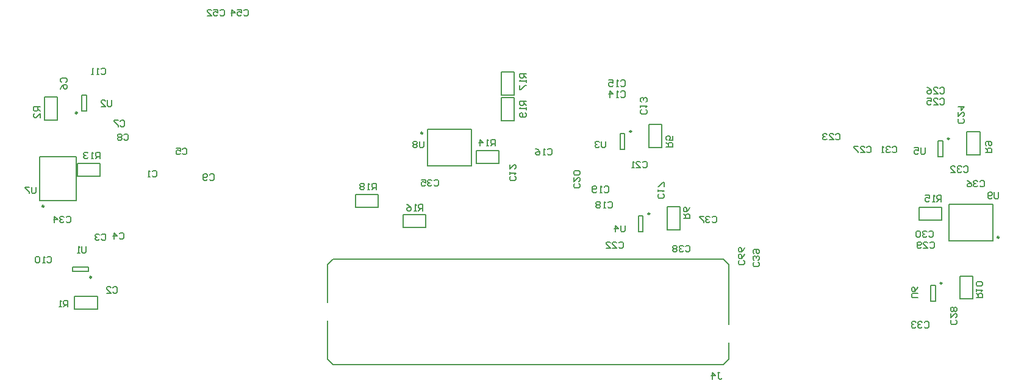
<source format=gbo>
G04 Layer_Color=32896*
%FSLAX25Y25*%
%MOIN*%
G70*
G01*
G75*
%ADD33C,0.00700*%
%ADD49C,0.00787*%
%ADD58C,0.00984*%
%ADD62C,0.00600*%
D33*
X14000Y129499D02*
Y126583D01*
X13417Y126000D01*
X12251D01*
X11667Y126583D01*
Y129499D01*
X10501D02*
X8169D01*
Y128916D01*
X10501Y126583D01*
Y126000D01*
X226000Y154499D02*
Y151583D01*
X225417Y151000D01*
X224251D01*
X223667Y151583D01*
Y154499D01*
X222501Y153916D02*
X221918Y154499D01*
X220752D01*
X220169Y153916D01*
Y153333D01*
X220752Y152749D01*
X220169Y152166D01*
Y151583D01*
X220752Y151000D01*
X221918D01*
X222501Y151583D01*
Y152166D01*
X221918Y152749D01*
X222501Y153333D01*
Y153916D01*
X221918Y152749D02*
X220752D01*
X540300Y126599D02*
Y123683D01*
X539717Y123100D01*
X538551D01*
X537967Y123683D01*
Y126599D01*
X536801Y123683D02*
X536218Y123100D01*
X535052D01*
X534469Y123683D01*
Y126016D01*
X535052Y126599D01*
X536218D01*
X536801Y126016D01*
Y125433D01*
X536218Y124849D01*
X534469D01*
X225500Y116500D02*
Y119999D01*
X223751D01*
X223167Y119416D01*
Y118249D01*
X223751Y117666D01*
X225500D01*
X224334D02*
X223167Y116500D01*
X222001D02*
X220835D01*
X221418D01*
Y119999D01*
X222001Y119416D01*
X216753Y119999D02*
X217919Y119416D01*
X219085Y118249D01*
Y117083D01*
X218502Y116500D01*
X217336D01*
X216753Y117083D01*
Y117666D01*
X217336Y118249D01*
X219085D01*
X282000Y191500D02*
X278501D01*
Y189751D01*
X279084Y189167D01*
X280251D01*
X280834Y189751D01*
Y191500D01*
Y190334D02*
X282000Y189167D01*
Y188001D02*
Y186835D01*
Y187418D01*
X278501D01*
X279084Y188001D01*
X278501Y185085D02*
Y182753D01*
X279084D01*
X281417Y185085D01*
X282000D01*
X200000Y128000D02*
Y131499D01*
X198251D01*
X197667Y130916D01*
Y129749D01*
X198251Y129166D01*
X200000D01*
X198834D02*
X197667Y128000D01*
X196501D02*
X195335D01*
X195918D01*
Y131499D01*
X196501Y130916D01*
X193585D02*
X193002Y131499D01*
X191836D01*
X191253Y130916D01*
Y130333D01*
X191836Y129749D01*
X191253Y129166D01*
Y128583D01*
X191836Y128000D01*
X193002D01*
X193585Y128583D01*
Y129166D01*
X193002Y129749D01*
X193585Y130333D01*
Y130916D01*
X193002Y129749D02*
X191836D01*
X282000Y176500D02*
X278501D01*
Y174751D01*
X279084Y174167D01*
X280251D01*
X280834Y174751D01*
Y176500D01*
Y175334D02*
X282000Y174167D01*
Y173001D02*
Y171835D01*
Y172418D01*
X278501D01*
X279084Y173001D01*
X281417Y170085D02*
X282000Y169502D01*
Y168336D01*
X281417Y167753D01*
X279084D01*
X278501Y168336D01*
Y169502D01*
X279084Y170085D01*
X279667D01*
X280251Y169502D01*
Y167753D01*
X56167Y74416D02*
X56751Y74999D01*
X57917D01*
X58500Y74416D01*
Y72083D01*
X57917Y71500D01*
X56751D01*
X56167Y72083D01*
X52669Y71500D02*
X55001D01*
X52669Y73833D01*
Y74416D01*
X53252Y74999D01*
X54418D01*
X55001Y74416D01*
X49975Y103254D02*
X50558Y103838D01*
X51724D01*
X52307Y103254D01*
Y100922D01*
X51724Y100339D01*
X50558D01*
X49975Y100922D01*
X48808Y103254D02*
X48225Y103838D01*
X47059D01*
X46476Y103254D01*
Y102671D01*
X47059Y102088D01*
X47642D01*
X47059D01*
X46476Y101505D01*
Y100922D01*
X47059Y100339D01*
X48225D01*
X48808Y100922D01*
X59667Y103916D02*
X60251Y104499D01*
X61417D01*
X62000Y103916D01*
Y101583D01*
X61417Y101000D01*
X60251D01*
X59667Y101583D01*
X56752Y101000D02*
Y104499D01*
X58501Y102749D01*
X56169D01*
X20167Y90916D02*
X20751Y91499D01*
X21917D01*
X22500Y90916D01*
Y88583D01*
X21917Y88000D01*
X20751D01*
X20167Y88583D01*
X19001Y88000D02*
X17835D01*
X18418D01*
Y91499D01*
X19001Y90916D01*
X16085D02*
X15502Y91499D01*
X14336D01*
X13753Y90916D01*
Y88583D01*
X14336Y88000D01*
X15502D01*
X16085Y88583D01*
Y90916D01*
X31500Y64000D02*
Y67499D01*
X29751D01*
X29167Y66916D01*
Y65749D01*
X29751Y65166D01*
X31500D01*
X30334D02*
X29167Y64000D01*
X28001D02*
X26835D01*
X27418D01*
Y67499D01*
X28001Y66916D01*
X41500Y96999D02*
Y94083D01*
X40917Y93500D01*
X39751D01*
X39167Y94083D01*
Y96999D01*
X38001Y93500D02*
X36835D01*
X37418D01*
Y96999D01*
X38001Y96416D01*
X28084Y186667D02*
X27501Y187251D01*
Y188417D01*
X28084Y189000D01*
X30417D01*
X31000Y188417D01*
Y187251D01*
X30417Y186667D01*
X27501Y183169D02*
X28084Y184335D01*
X29251Y185501D01*
X30417D01*
X31000Y184918D01*
Y183752D01*
X30417Y183169D01*
X29834D01*
X29251Y183752D01*
Y185501D01*
X60167Y165416D02*
X60751Y165999D01*
X61917D01*
X62500Y165416D01*
Y163083D01*
X61917Y162500D01*
X60751D01*
X60167Y163083D01*
X59001Y165999D02*
X56669D01*
Y165416D01*
X59001Y163083D01*
Y162500D01*
X62167Y157916D02*
X62751Y158499D01*
X63917D01*
X64500Y157916D01*
Y155583D01*
X63917Y155000D01*
X62751D01*
X62167Y155583D01*
X61001Y157916D02*
X60418Y158499D01*
X59252D01*
X58669Y157916D01*
Y157333D01*
X59252Y156749D01*
X58669Y156166D01*
Y155583D01*
X59252Y155000D01*
X60418D01*
X61001Y155583D01*
Y156166D01*
X60418Y156749D01*
X61001Y157333D01*
Y157916D01*
X60418Y156749D02*
X59252D01*
X49667Y193916D02*
X50251Y194499D01*
X51417D01*
X52000Y193916D01*
Y191583D01*
X51417Y191000D01*
X50251D01*
X49667Y191583D01*
X48501Y191000D02*
X47335D01*
X47918D01*
Y194499D01*
X48501Y193916D01*
X45585Y191000D02*
X44419D01*
X45002D01*
Y194499D01*
X45585Y193916D01*
X16339Y173307D02*
X12840D01*
Y171558D01*
X13423Y170975D01*
X14589D01*
X15172Y171558D01*
Y173307D01*
Y172141D02*
X16339Y170975D01*
Y167476D02*
Y169808D01*
X14006Y167476D01*
X13423D01*
X12840Y168059D01*
Y169225D01*
X13423Y169808D01*
X55500Y176999D02*
Y174083D01*
X54917Y173500D01*
X53751D01*
X53167Y174083D01*
Y176999D01*
X49668Y173500D02*
X52001D01*
X49668Y175833D01*
Y176416D01*
X50252Y176999D01*
X51418D01*
X52001Y176416D01*
X325500Y154499D02*
Y151583D01*
X324917Y151000D01*
X323751D01*
X323167Y151583D01*
Y154499D01*
X322001Y153916D02*
X321418Y154499D01*
X320252D01*
X319669Y153916D01*
Y153333D01*
X320252Y152749D01*
X320835D01*
X320252D01*
X319669Y152166D01*
Y151583D01*
X320252Y151000D01*
X321418D01*
X322001Y151583D01*
X358500Y151500D02*
X361999D01*
Y153249D01*
X361416Y153833D01*
X360249D01*
X359666Y153249D01*
Y151500D01*
Y152666D02*
X358500Y153833D01*
X361999Y157331D02*
Y154999D01*
X360249D01*
X360833Y156165D01*
Y156748D01*
X360249Y157331D01*
X359083D01*
X358500Y156748D01*
Y155582D01*
X359083Y154999D01*
X345667Y142916D02*
X346251Y143499D01*
X347417D01*
X348000Y142916D01*
Y140583D01*
X347417Y140000D01*
X346251D01*
X345667Y140583D01*
X342169Y140000D02*
X344501D01*
X342169Y142333D01*
Y142916D01*
X342752Y143499D01*
X343918D01*
X344501Y142916D01*
X341002Y140000D02*
X339836D01*
X340419D01*
Y143499D01*
X341002Y142916D01*
X333667Y187416D02*
X334251Y187999D01*
X335417D01*
X336000Y187416D01*
Y185083D01*
X335417Y184500D01*
X334251D01*
X333667Y185083D01*
X332501Y184500D02*
X331335D01*
X331918D01*
Y187999D01*
X332501Y187416D01*
X327253Y187999D02*
X329585D01*
Y186249D01*
X328419Y186833D01*
X327836D01*
X327253Y186249D01*
Y185083D01*
X327836Y184500D01*
X329002D01*
X329585Y185083D01*
X333667Y181416D02*
X334251Y181999D01*
X335417D01*
X336000Y181416D01*
Y179083D01*
X335417Y178500D01*
X334251D01*
X333667Y179083D01*
X332501Y178500D02*
X331335D01*
X331918D01*
Y181999D01*
X332501Y181416D01*
X327836Y178500D02*
Y181999D01*
X329585Y180249D01*
X327253D01*
X347416Y171833D02*
X347999Y171249D01*
Y170083D01*
X347416Y169500D01*
X345083D01*
X344500Y170083D01*
Y171249D01*
X345083Y171833D01*
X344500Y172999D02*
Y174165D01*
Y173582D01*
X347999D01*
X347416Y172999D01*
Y175915D02*
X347999Y176498D01*
Y177664D01*
X347416Y178247D01*
X346833D01*
X346249Y177664D01*
Y177081D01*
Y177664D01*
X345666Y178247D01*
X345083D01*
X344500Y177664D01*
Y176498D01*
X345083Y175915D01*
X336000Y108499D02*
Y105583D01*
X335417Y105000D01*
X334251D01*
X333667Y105583D01*
Y108499D01*
X330752Y105000D02*
Y108499D01*
X332501Y106749D01*
X330169D01*
X368032Y112472D02*
X371530D01*
Y114222D01*
X370947Y114805D01*
X369781D01*
X369198Y114222D01*
Y112472D01*
Y113639D02*
X368032Y114805D01*
X371530Y118304D02*
X370947Y117138D01*
X369781Y115971D01*
X368615D01*
X368032Y116554D01*
Y117721D01*
X368615Y118304D01*
X369198D01*
X369781Y117721D01*
Y115971D01*
X332667Y98916D02*
X333251Y99499D01*
X334417D01*
X335000Y98916D01*
Y96583D01*
X334417Y96000D01*
X333251D01*
X332667Y96583D01*
X329169Y96000D02*
X331501D01*
X329169Y98333D01*
Y98916D01*
X329752Y99499D01*
X330918D01*
X331501Y98916D01*
X325670Y96000D02*
X328002D01*
X325670Y98333D01*
Y98916D01*
X326253Y99499D01*
X327419D01*
X328002Y98916D01*
X324667Y129416D02*
X325251Y129999D01*
X326417D01*
X327000Y129416D01*
Y127083D01*
X326417Y126500D01*
X325251D01*
X324667Y127083D01*
X323501Y126500D02*
X322335D01*
X322918D01*
Y129999D01*
X323501Y129416D01*
X320585Y127083D02*
X320002Y126500D01*
X318836D01*
X318253Y127083D01*
Y129416D01*
X318836Y129999D01*
X320002D01*
X320585Y129416D01*
Y128833D01*
X320002Y128249D01*
X318253D01*
X326667Y120916D02*
X327251Y121499D01*
X328417D01*
X329000Y120916D01*
Y118583D01*
X328417Y118000D01*
X327251D01*
X326667Y118583D01*
X325501Y118000D02*
X324335D01*
X324918D01*
Y121499D01*
X325501Y120916D01*
X322585D02*
X322002Y121499D01*
X320836D01*
X320253Y120916D01*
Y120333D01*
X320836Y119749D01*
X320253Y119166D01*
Y118583D01*
X320836Y118000D01*
X322002D01*
X322585Y118583D01*
Y119166D01*
X322002Y119749D01*
X322585Y120333D01*
Y120916D01*
X322002Y119749D02*
X320836D01*
X356947Y125805D02*
X357530Y125222D01*
Y124056D01*
X356947Y123472D01*
X354615D01*
X354031Y124056D01*
Y125222D01*
X354615Y125805D01*
X354031Y126971D02*
Y128138D01*
Y127554D01*
X357530D01*
X356947Y126971D01*
X357530Y129887D02*
Y132220D01*
X356947D01*
X354615Y129887D01*
X354031D01*
X496227Y68941D02*
X493312D01*
X492728Y69524D01*
Y70690D01*
X493312Y71273D01*
X496227D01*
Y74772D02*
X495644Y73606D01*
X494478Y72440D01*
X493312D01*
X492728Y73023D01*
Y74189D01*
X493312Y74772D01*
X493895D01*
X494478Y74189D01*
Y72440D01*
X528000Y69000D02*
X531499D01*
Y70749D01*
X530916Y71333D01*
X529749D01*
X529166Y70749D01*
Y69000D01*
Y70166D02*
X528000Y71333D01*
Y72499D02*
Y73665D01*
Y73082D01*
X531499D01*
X530916Y72499D01*
Y75415D02*
X531499Y75998D01*
Y77164D01*
X530916Y77747D01*
X528583D01*
X528000Y77164D01*
Y75998D01*
X528583Y75415D01*
X530916D01*
X499667Y53084D02*
X500251Y52501D01*
X501417D01*
X502000Y53084D01*
Y55417D01*
X501417Y56000D01*
X500251D01*
X499667Y55417D01*
X498501Y53084D02*
X497918Y52501D01*
X496752D01*
X496169Y53084D01*
Y53667D01*
X496752Y54251D01*
X497335D01*
X496752D01*
X496169Y54834D01*
Y55417D01*
X496752Y56000D01*
X497918D01*
X498501Y55417D01*
X495002Y53084D02*
X494419Y52501D01*
X493253D01*
X492670Y53084D01*
Y53667D01*
X493253Y54251D01*
X493836D01*
X493253D01*
X492670Y54834D01*
Y55417D01*
X493253Y56000D01*
X494419D01*
X495002Y55417D01*
X502167Y102584D02*
X502751Y102001D01*
X503917D01*
X504500Y102584D01*
Y104917D01*
X503917Y105500D01*
X502751D01*
X502167Y104917D01*
X501001Y102584D02*
X500418Y102001D01*
X499252D01*
X498668Y102584D01*
Y103167D01*
X499252Y103751D01*
X499835D01*
X499252D01*
X498668Y104334D01*
Y104917D01*
X499252Y105500D01*
X500418D01*
X501001Y104917D01*
X497502Y102584D02*
X496919Y102001D01*
X495753D01*
X495170Y102584D01*
Y104917D01*
X495753Y105500D01*
X496919D01*
X497502Y104917D01*
Y102584D01*
X502667Y98916D02*
X503251Y99499D01*
X504417D01*
X505000Y98916D01*
Y96583D01*
X504417Y96000D01*
X503251D01*
X502667Y96583D01*
X499168Y96000D02*
X501501D01*
X499168Y98333D01*
Y98916D01*
X499752Y99499D01*
X500918D01*
X501501Y98916D01*
X498002Y96583D02*
X497419Y96000D01*
X496253D01*
X495670Y96583D01*
Y98916D01*
X496253Y99499D01*
X497419D01*
X498002Y98916D01*
Y98333D01*
X497419Y97749D01*
X495670D01*
X516916Y56833D02*
X517499Y56249D01*
Y55083D01*
X516916Y54500D01*
X514583D01*
X514000Y55083D01*
Y56249D01*
X514583Y56833D01*
X514000Y60331D02*
Y57999D01*
X516333Y60331D01*
X516916D01*
X517499Y59748D01*
Y58582D01*
X516916Y57999D01*
Y61498D02*
X517499Y62081D01*
Y63247D01*
X516916Y63830D01*
X516333D01*
X515749Y63247D01*
X515166Y63830D01*
X514583D01*
X514000Y63247D01*
Y62081D01*
X514583Y61498D01*
X515166D01*
X515749Y62081D01*
X516333Y61498D01*
X516916D01*
X515749Y62081D02*
Y63247D01*
X500000Y150999D02*
Y148083D01*
X499417Y147500D01*
X498251D01*
X497667Y148083D01*
Y150999D01*
X494169D02*
X496501D01*
Y149249D01*
X495335Y149833D01*
X494752D01*
X494169Y149249D01*
Y148083D01*
X494752Y147500D01*
X495918D01*
X496501Y148083D01*
X533000Y148500D02*
X536499D01*
Y150249D01*
X535916Y150833D01*
X534749D01*
X534166Y150249D01*
Y148500D01*
Y149666D02*
X533000Y150833D01*
X533583Y151999D02*
X533000Y152582D01*
Y153748D01*
X533583Y154331D01*
X535916D01*
X536499Y153748D01*
Y152582D01*
X535916Y151999D01*
X535333D01*
X534749Y152582D01*
Y154331D01*
X521167Y140416D02*
X521751Y140999D01*
X522917D01*
X523500Y140416D01*
Y138083D01*
X522917Y137500D01*
X521751D01*
X521167Y138083D01*
X520001Y140416D02*
X519418Y140999D01*
X518252D01*
X517668Y140416D01*
Y139833D01*
X518252Y139249D01*
X518835D01*
X518252D01*
X517668Y138666D01*
Y138083D01*
X518252Y137500D01*
X519418D01*
X520001Y138083D01*
X514170Y137500D02*
X516502D01*
X514170Y139833D01*
Y140416D01*
X514753Y140999D01*
X515919D01*
X516502Y140416D01*
X508167Y183416D02*
X508751Y183999D01*
X509917D01*
X510500Y183416D01*
Y181083D01*
X509917Y180500D01*
X508751D01*
X508167Y181083D01*
X504669Y180500D02*
X507001D01*
X504669Y182833D01*
Y183416D01*
X505252Y183999D01*
X506418D01*
X507001Y183416D01*
X501170Y183999D02*
X502336Y183416D01*
X503502Y182249D01*
Y181083D01*
X502919Y180500D01*
X501753D01*
X501170Y181083D01*
Y181666D01*
X501753Y182249D01*
X503502D01*
X508167Y177416D02*
X508751Y177999D01*
X509917D01*
X510500Y177416D01*
Y175083D01*
X509917Y174500D01*
X508751D01*
X508167Y175083D01*
X504669Y174500D02*
X507001D01*
X504669Y176833D01*
Y177416D01*
X505252Y177999D01*
X506418D01*
X507001Y177416D01*
X501170Y177999D02*
X503502D01*
Y176249D01*
X502336Y176833D01*
X501753D01*
X501170Y176249D01*
Y175083D01*
X501753Y174500D01*
X502919D01*
X503502Y175083D01*
X520916Y166833D02*
X521499Y166249D01*
Y165083D01*
X520916Y164500D01*
X518583D01*
X518000Y165083D01*
Y166249D01*
X518583Y166833D01*
X518000Y170331D02*
Y167999D01*
X520333Y170331D01*
X520916D01*
X521499Y169748D01*
Y168582D01*
X520916Y167999D01*
X518000Y173247D02*
X521499D01*
X519749Y171498D01*
Y173830D01*
X482211Y151176D02*
X482794Y151759D01*
X483960D01*
X484543Y151176D01*
Y148843D01*
X483960Y148260D01*
X482794D01*
X482211Y148843D01*
X481044Y151176D02*
X480461Y151759D01*
X479295D01*
X478712Y151176D01*
Y150592D01*
X479295Y150009D01*
X479878D01*
X479295D01*
X478712Y149426D01*
Y148843D01*
X479295Y148260D01*
X480461D01*
X481044Y148843D01*
X477546Y148260D02*
X476379D01*
X476962D01*
Y151759D01*
X477546Y151176D01*
X468211D02*
X468794Y151759D01*
X469960D01*
X470543Y151176D01*
Y148843D01*
X469960Y148260D01*
X468794D01*
X468211Y148843D01*
X464712Y148260D02*
X467044D01*
X464712Y150592D01*
Y151176D01*
X465295Y151759D01*
X466461D01*
X467044Y151176D01*
X463546Y151759D02*
X461213D01*
Y151176D01*
X463546Y148843D01*
Y148260D01*
X451211Y158176D02*
X451794Y158759D01*
X452960D01*
X453543Y158176D01*
Y155843D01*
X452960Y155260D01*
X451794D01*
X451211Y155843D01*
X447712Y155260D02*
X450044D01*
X447712Y157592D01*
Y158176D01*
X448295Y158759D01*
X449461D01*
X450044Y158176D01*
X446546D02*
X445962Y158759D01*
X444796D01*
X444213Y158176D01*
Y157592D01*
X444796Y157009D01*
X445379D01*
X444796D01*
X444213Y156426D01*
Y155843D01*
X444796Y155260D01*
X445962D01*
X446546Y155843D01*
X310916Y131333D02*
X311499Y130749D01*
Y129583D01*
X310916Y129000D01*
X308583D01*
X308000Y129583D01*
Y130749D01*
X308583Y131333D01*
X308000Y134831D02*
Y132499D01*
X310333Y134831D01*
X310916D01*
X311499Y134248D01*
Y133082D01*
X310916Y132499D01*
Y135998D02*
X311499Y136581D01*
Y137747D01*
X310916Y138330D01*
X308583D01*
X308000Y137747D01*
Y136581D01*
X308583Y135998D01*
X310916D01*
X293667Y149916D02*
X294251Y150499D01*
X295417D01*
X296000Y149916D01*
Y147583D01*
X295417Y147000D01*
X294251D01*
X293667Y147583D01*
X292501Y147000D02*
X291335D01*
X291918D01*
Y150499D01*
X292501Y149916D01*
X287253Y150499D02*
X288419Y149916D01*
X289585Y148749D01*
Y147583D01*
X289002Y147000D01*
X287836D01*
X287253Y147583D01*
Y148166D01*
X287836Y148749D01*
X289585D01*
X275916Y135333D02*
X276499Y134749D01*
Y133583D01*
X275916Y133000D01*
X273583D01*
X273000Y133583D01*
Y134749D01*
X273583Y135333D01*
X273000Y136499D02*
Y137665D01*
Y137082D01*
X276499D01*
X275916Y136499D01*
X273000Y141747D02*
Y139415D01*
X275333Y141747D01*
X275916D01*
X276499Y141164D01*
Y139998D01*
X275916Y139415D01*
X77667Y137916D02*
X78251Y138499D01*
X79417D01*
X80000Y137916D01*
Y135583D01*
X79417Y135000D01*
X78251D01*
X77667Y135583D01*
X76501Y135000D02*
X75335D01*
X75918D01*
Y138499D01*
X76501Y137916D01*
X94195Y150176D02*
X94778Y150759D01*
X95944D01*
X96528Y150176D01*
Y147843D01*
X95944Y147260D01*
X94778D01*
X94195Y147843D01*
X90696Y150759D02*
X93029D01*
Y149009D01*
X91862Y149592D01*
X91279D01*
X90696Y149009D01*
Y147843D01*
X91279Y147260D01*
X92446D01*
X93029Y147843D01*
X109037Y136065D02*
X109621Y136648D01*
X110787D01*
X111370Y136065D01*
Y133733D01*
X110787Y133150D01*
X109621D01*
X109037Y133733D01*
X107871D02*
X107288Y133150D01*
X106122D01*
X105539Y133733D01*
Y136065D01*
X106122Y136648D01*
X107288D01*
X107871Y136065D01*
Y135482D01*
X107288Y134899D01*
X105539D01*
X386667Y27999D02*
X387834D01*
X387251D01*
Y25083D01*
X387834Y24500D01*
X388417D01*
X389000Y25083D01*
X383752Y24500D02*
Y27999D01*
X385501Y26249D01*
X383169D01*
X408916Y88333D02*
X409499Y87749D01*
Y86583D01*
X408916Y86000D01*
X406583D01*
X406000Y86583D01*
Y87749D01*
X406583Y88333D01*
X408916Y89499D02*
X409499Y90082D01*
Y91248D01*
X408916Y91831D01*
X408333D01*
X407749Y91248D01*
Y90665D01*
Y91248D01*
X407166Y91831D01*
X406583D01*
X406000Y91248D01*
Y90082D01*
X406583Y89499D01*
Y92998D02*
X406000Y93581D01*
Y94747D01*
X406583Y95330D01*
X408916D01*
X409499Y94747D01*
Y93581D01*
X408916Y92998D01*
X408333D01*
X407749Y93581D01*
Y95330D01*
X369167Y96916D02*
X369751Y97499D01*
X370917D01*
X371500Y96916D01*
Y94583D01*
X370917Y94000D01*
X369751D01*
X369167Y94583D01*
X368001Y96916D02*
X367418Y97499D01*
X366252D01*
X365669Y96916D01*
Y96333D01*
X366252Y95749D01*
X366835D01*
X366252D01*
X365669Y95166D01*
Y94583D01*
X366252Y94000D01*
X367418D01*
X368001Y94583D01*
X364502Y96916D02*
X363919Y97499D01*
X362753D01*
X362170Y96916D01*
Y96333D01*
X362753Y95749D01*
X362170Y95166D01*
Y94583D01*
X362753Y94000D01*
X363919D01*
X364502Y94583D01*
Y95166D01*
X363919Y95749D01*
X364502Y96333D01*
Y96916D01*
X363919Y95749D02*
X362753D01*
X383667Y112916D02*
X384251Y113499D01*
X385417D01*
X386000Y112916D01*
Y110583D01*
X385417Y110000D01*
X384251D01*
X383667Y110583D01*
X382501Y112916D02*
X381918Y113499D01*
X380752D01*
X380169Y112916D01*
Y112333D01*
X380752Y111749D01*
X381335D01*
X380752D01*
X380169Y111166D01*
Y110583D01*
X380752Y110000D01*
X381918D01*
X382501Y110583D01*
X379002Y113499D02*
X376670D01*
Y112916D01*
X379002Y110583D01*
Y110000D01*
X400916Y89333D02*
X401499Y88749D01*
Y87583D01*
X400916Y87000D01*
X398583D01*
X398000Y87583D01*
Y88749D01*
X398583Y89333D01*
X401499Y92831D02*
X400916Y91665D01*
X399749Y90499D01*
X398583D01*
X398000Y91082D01*
Y92248D01*
X398583Y92831D01*
X399166D01*
X399749Y92248D01*
Y90499D01*
X401499Y96330D02*
X400916Y95164D01*
X399749Y93998D01*
X398583D01*
X398000Y94581D01*
Y95747D01*
X398583Y96330D01*
X399166D01*
X399749Y95747D01*
Y93998D01*
X30667Y112916D02*
X31251Y113499D01*
X32417D01*
X33000Y112916D01*
Y110583D01*
X32417Y110000D01*
X31251D01*
X30667Y110583D01*
X29501Y112916D02*
X28918Y113499D01*
X27752D01*
X27169Y112916D01*
Y112333D01*
X27752Y111749D01*
X28335D01*
X27752D01*
X27169Y111166D01*
Y110583D01*
X27752Y110000D01*
X28918D01*
X29501Y110583D01*
X24253Y110000D02*
Y113499D01*
X26002Y111749D01*
X23670D01*
X231667Y132916D02*
X232251Y133499D01*
X233417D01*
X234000Y132916D01*
Y130583D01*
X233417Y130000D01*
X232251D01*
X231667Y130583D01*
X230501Y132916D02*
X229918Y133499D01*
X228752D01*
X228169Y132916D01*
Y132333D01*
X228752Y131749D01*
X229335D01*
X228752D01*
X228169Y131166D01*
Y130583D01*
X228752Y130000D01*
X229918D01*
X230501Y130583D01*
X224670Y133499D02*
X227002D01*
Y131749D01*
X225836Y132333D01*
X225253D01*
X224670Y131749D01*
Y130583D01*
X225253Y130000D01*
X226419D01*
X227002Y130583D01*
X530067Y132516D02*
X530651Y133099D01*
X531817D01*
X532400Y132516D01*
Y130183D01*
X531817Y129600D01*
X530651D01*
X530067Y130183D01*
X528901Y132516D02*
X528318Y133099D01*
X527152D01*
X526569Y132516D01*
Y131933D01*
X527152Y131349D01*
X527735D01*
X527152D01*
X526569Y130766D01*
Y130183D01*
X527152Y129600D01*
X528318D01*
X528901Y130183D01*
X523070Y133099D02*
X524236Y132516D01*
X525402Y131349D01*
Y130183D01*
X524819Y129600D01*
X523653D01*
X523070Y130183D01*
Y130766D01*
X523653Y131349D01*
X525402D01*
X127667Y225916D02*
X128251Y226499D01*
X129417D01*
X130000Y225916D01*
Y223583D01*
X129417Y223000D01*
X128251D01*
X127667Y223583D01*
X124169Y226499D02*
X126501D01*
Y224749D01*
X125335Y225333D01*
X124752D01*
X124169Y224749D01*
Y223583D01*
X124752Y223000D01*
X125918D01*
X126501Y223583D01*
X121253Y223000D02*
Y226499D01*
X123002Y224749D01*
X120670D01*
X114667Y225916D02*
X115251Y226499D01*
X116417D01*
X117000Y225916D01*
Y223583D01*
X116417Y223000D01*
X115251D01*
X114667Y223583D01*
X111169Y226499D02*
X113501D01*
Y224749D01*
X112335Y225333D01*
X111752D01*
X111169Y224749D01*
Y223583D01*
X111752Y223000D01*
X112918D01*
X113501Y223583D01*
X107670Y223000D02*
X110002D01*
X107670Y225333D01*
Y225916D01*
X108253Y226499D01*
X109419D01*
X110002Y225916D01*
X49000Y145000D02*
Y148499D01*
X47251D01*
X46667Y147916D01*
Y146749D01*
X47251Y146166D01*
X49000D01*
X47834D02*
X46667Y145000D01*
X45501D02*
X44335D01*
X44918D01*
Y148499D01*
X45501Y147916D01*
X42585D02*
X42002Y148499D01*
X40836D01*
X40253Y147916D01*
Y147333D01*
X40836Y146749D01*
X41419D01*
X40836D01*
X40253Y146166D01*
Y145583D01*
X40836Y145000D01*
X42002D01*
X42585Y145583D01*
X265000Y152000D02*
Y155499D01*
X263251D01*
X262667Y154916D01*
Y153749D01*
X263251Y153166D01*
X265000D01*
X263834D02*
X262667Y152000D01*
X261501D02*
X260335D01*
X260918D01*
Y155499D01*
X261501Y154916D01*
X256836Y152000D02*
Y155499D01*
X258585Y153749D01*
X256253D01*
X508900Y121500D02*
Y124999D01*
X507151D01*
X506567Y124416D01*
Y123249D01*
X507151Y122666D01*
X508900D01*
X507734D02*
X506567Y121500D01*
X505401D02*
X504235D01*
X504818D01*
Y124999D01*
X505401Y124416D01*
X500153Y124999D02*
X502485D01*
Y123249D01*
X501319Y123833D01*
X500736D01*
X500153Y123249D01*
Y122083D01*
X500736Y121500D01*
X501902D01*
X502485Y122083D01*
D49*
X509681Y146169D02*
Y154831D01*
X507319Y146169D02*
Y154831D01*
Y146169D02*
X509681D01*
X507319Y154831D02*
X509681D01*
X505681Y67169D02*
Y75831D01*
X503319Y67169D02*
Y75831D01*
Y67169D02*
X505681D01*
X503319Y75831D02*
X505681D01*
X345953Y105169D02*
Y113831D01*
X343590Y105169D02*
Y113831D01*
Y105169D02*
X345953D01*
X343590Y113831D02*
X345953D01*
X335953Y150169D02*
Y158831D01*
X333591Y150169D02*
Y158831D01*
Y150169D02*
X335953D01*
X333591Y158831D02*
X335953D01*
X39319Y171169D02*
Y179831D01*
X41681Y171169D02*
Y179831D01*
X39319D02*
X41681D01*
X39319Y171169D02*
X41681D01*
X34169Y83319D02*
X42831D01*
X34169Y85681D02*
X42831D01*
X34169Y83319D02*
Y85681D01*
X42831Y83319D02*
Y85681D01*
X392947Y54307D02*
Y87199D01*
Y35400D02*
Y44307D01*
X190047Y32399D02*
X376246D01*
X190047Y90200D02*
X376246D01*
X176347D02*
X190047D01*
X173347Y87199D02*
X176347Y90200D01*
X376246Y32399D02*
X389947D01*
X392947Y35400D01*
X389947Y90200D02*
X392947Y87199D01*
X376246Y90200D02*
X389947D01*
X173347Y66307D02*
Y87199D01*
Y35400D02*
Y56307D01*
Y35400D02*
X176347Y32399D01*
X190047D01*
X513000Y100000D02*
Y120000D01*
X537000D01*
X513000Y100000D02*
X537000D01*
Y120000D01*
X252000Y141000D02*
Y161000D01*
X228000Y141000D02*
X252000D01*
X228000Y161000D02*
X252000D01*
X228000Y141000D02*
Y161000D01*
X16000Y146000D02*
X36000D01*
Y122000D02*
Y146000D01*
X16000Y122000D02*
Y146000D01*
Y122000D02*
X36000D01*
D58*
X513323Y155913D02*
G03*
X513323Y155913I-492J0D01*
G01*
X509323Y76913D02*
G03*
X509323Y76913I-492J0D01*
G01*
X349594Y114913D02*
G03*
X349594Y114913I-492J0D01*
G01*
X339595Y159913D02*
G03*
X339595Y159913I-492J0D01*
G01*
X36661Y170087D02*
G03*
X36661Y170087I-492J0D01*
G01*
X44405Y80169D02*
G03*
X44405Y80169I-492J0D01*
G01*
X540492Y102000D02*
G03*
X540492Y102000I-492J0D01*
G01*
X225492Y159000D02*
G03*
X225492Y159000I-492J0D01*
G01*
X18492Y119000D02*
G03*
X18492Y119000I-492J0D01*
G01*
D62*
X509299Y111457D02*
Y118543D01*
X496701Y111457D02*
X509299D01*
X496701D02*
Y118543D01*
X509299D01*
X254701Y142457D02*
Y149543D01*
X267299D01*
Y142457D02*
Y149543D01*
X254701Y142457D02*
X267299D01*
X36701Y135457D02*
Y142543D01*
X49299D01*
Y135457D02*
Y142543D01*
X36701Y135457D02*
X49299D01*
X522957Y159693D02*
X530043D01*
Y147095D02*
Y159693D01*
X522957Y147095D02*
X530043D01*
X522957D02*
Y159693D01*
X519228Y80858D02*
X526315D01*
Y68260D02*
Y80858D01*
X519228Y68260D02*
X526315D01*
X519228D02*
Y80858D01*
X359228Y118772D02*
X366315D01*
Y106173D02*
Y118772D01*
X359228Y106173D02*
X366315D01*
X359228D02*
Y118772D01*
X349228Y163779D02*
X356315D01*
Y151181D02*
Y163779D01*
X349228Y151181D02*
X356315D01*
X349228D02*
Y163779D01*
X18685Y166165D02*
X25772D01*
X18685D02*
Y178764D01*
X25772D01*
Y166165D02*
Y178764D01*
X47717Y62685D02*
Y69772D01*
X35118Y62685D02*
X47717D01*
X35118D02*
Y69772D01*
X47717D01*
X268457Y178299D02*
X275543D01*
Y165701D02*
Y178299D01*
X268457Y165701D02*
X275543D01*
X268457D02*
Y178299D01*
X188701Y118457D02*
Y125543D01*
X201299D01*
Y118457D02*
Y125543D01*
X188701Y118457D02*
X201299D01*
X268504Y179748D02*
X275590D01*
X268504D02*
Y192347D01*
X275590D01*
Y179748D02*
Y192347D01*
X214701Y107457D02*
Y114543D01*
X227299D01*
Y107457D02*
Y114543D01*
X214701Y107457D02*
X227299D01*
M02*

</source>
